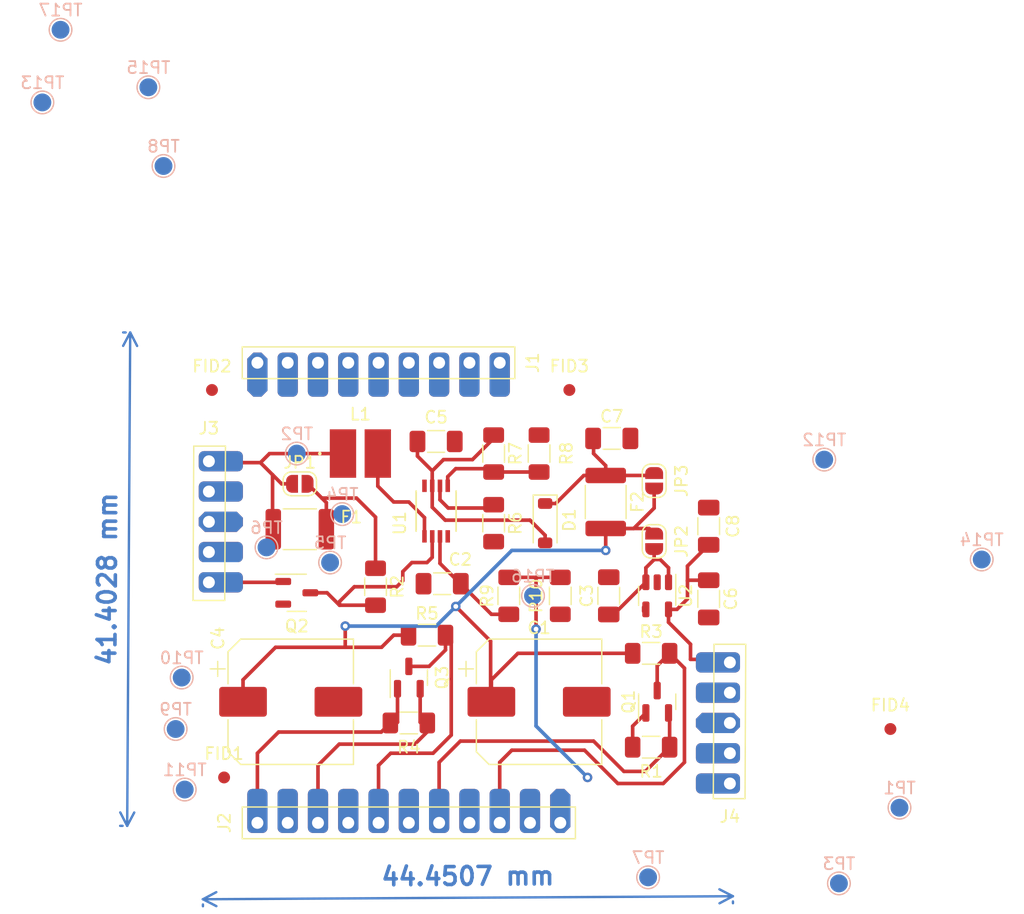
<source format=kicad_pcb>
(kicad_pcb (version 20221018) (generator pcbnew)
  (layers (0 "F.Cu" signal) (31 "B.Cu" signal) (34 "B.Paste" user) (35 "F.Paste" user) (36 "B.SilkS" user "B.Silkscreen") (37 "F.SilkS" user "F.Silkscreen") (38 "B.Mask" user) (39 "F.Mask" user) (44 "Edge.Cuts" user))
  (net 0 "")
  (net 1 "/5V")
  (net 2 "/V_BATT")
  (net 3 "Net-(D1-A)")
  (net 4 "Net-(JP1-B)")
  (net 5 "/3.3V")
  (net 9 "/NEO_OUT1")
  (net 10 "GND")
  (net 11 "VCC")
  (net 13 "/NEO_OUT2")
  (net 14 "/BATT_SIG")
  (net 18 "/NEO_IN1")
  (net 20 "/NEO_IN2")
  (net 23 "Net-(U1-LX)")
  (net 25 "Net-(U1-FB)")
  (net 26 "Net-(U1-RSET)")
  (net 29 "Net-(D1-K)")
  (net 30 "Net-(JP2-B)")
  (net 32 "/V_BUS")
  (net 33 "Net-(Q2-C)")
  (net 34 "unconnected-(U2-NC-Pad4)")
  (footprint "Capacitor_SMD:CP_Elec_10x10" (layer "F.Cu") (at 127 103.886)
    (fp_text reference "C1" (at 0 -6.2) (layer "F.SilkS"))
    (fp_text value "680 uF @ 10 V")
    (pad "1" smd roundrect (at -4 0) (size 4 2.5) (layers "F.Cu" "F.Paste" "F.Mask") (roundrect_rratio 0.1) (net 1 "/5V"))
    (pad "2" smd roundrect (at 4 0) (size 4 2.5) (layers "F.Cu" "F.Paste" "F.Mask") (roundrect_rratio 0.1) (net 10 "GND"))
  )
  (footprint "!EK_Library:2N2222-SOT-23-3" (layer "F.Cu") (at 106.68 94.742)
    (fp_text reference "Q2" (at 0 2.794) (layer "F.SilkS"))
    (fp_text value "NPN 3A")
    (pad "1" smd roundrect (at -1.1375 -0.95) (size 1.325 0.6) (layers "F.Cu" "F.Paste" "F.Mask") (net 32 "/V_BUS"))
    (pad "2" smd roundrect (at -1.1375 0.95) (size 1.325 0.6) (layers "F.Cu" "F.Paste" "F.Mask") (net 10 "GND"))
    (pad "3" smd roundrect (at 1.1375 0) (size 1.325 0.6) (layers "F.Cu" "F.Paste" "F.Mask") (net 33 "Net-(Q2-C)"))
  )
  (footprint "Jumper:SolderJumper-2_P1.3mm_Open_RoundedPad1.0x1.5mm" (layer "F.Cu") (at 136.652 90.424 -90)
    (fp_text reference "JP2" (at 0 -2.286 90) (layer "F.SilkS"))
    (fp_text value "SolderJumper_2_Open")
    (pad "1" smd custom (at -0.65 0 270) (size 1 0.5) (layers "F.Cu" "F.Mask") (net 1 "/5V") (options (clearance outline) (anchor rect)) (primitives (gr_circle (center 0 0.25) (end 0.5 0.25) (width 0) (fill yes)) (gr_circle (center 0 -0.25) (end 0.5 -0.25) (width 0) (fill yes)) (gr_poly (pts (xy 0.5 0.75) (xy 0 0.75) (xy 0 -0.75) (xy 0.5 -0.75)) (width 0) (fill yes))))
    (pad "2" smd custom (at 0.65 0 270) (size 1 0.5) (layers "F.Cu" "F.Mask") (net 30 "Net-(JP2-B)") (options (clearance outline) (anchor rect)) (primitives (gr_circle (center 0 0.25) (end 0.5 0.25) (width 0) (fill yes)) (gr_circle (center 0 -0.25) (end 0.5 -0.25) (width 0) (fill yes)) (gr_poly (pts (xy 0 0.75) (xy -0.5 0.75) (xy -0.5 -0.75) (xy 0 -0.75)) (width 0) (fill yes))))
  )
  (footprint "Resistor_SMD:R_1206_3216Metric_Pad1.30x1.75mm_HandSolder" (layer "F.Cu") (at 127 83.058 90)
    (fp_text reference "R8" (at 0 2.286 90) (layer "F.SilkS"))
    (fp_text value "100k")
    (pad "1" smd roundrect (at -1.55 0 90) (size 1.3 1.75) (layers "F.Cu" "F.Paste" "F.Mask") (roundrect_rratio 0.192308) (net 25 "Net-(U1-FB)"))
    (pad "2" smd roundrect (at 1.55 0 90) (size 1.3 1.75) (layers "F.Cu" "F.Paste" "F.Mask") (roundrect_rratio 0.192308) (net 10 "GND"))
  )
  (footprint "!EK_Library:PAM2401" (layer "F.Cu") (at 118.364 87.884 90)
    (fp_text reference "U1" (at -1.016 -3.048 90 unlocked) (layer "F.SilkS"))
    (fp_text value "PAM2401")
    (pad "1" smd rect (at -2.1209 -0.97536 90) (size 1.0414 0.381) (layers "F.Cu" "F.Paste" "F.Mask") (net 23 "Net-(U1-LX)"))
    (pad "2" smd rect (at -2.1209 -0.32512 90) (size 1.0414 0.381) (layers "F.Cu" "F.Paste" "F.Mask") (net 33 "Net-(Q2-C)"))
    (pad "3" smd rect (at -2.1209 0.32512 90) (size 1.0414 0.381) (layers "F.Cu" "F.Paste" "F.Mask") (net 2 "/V_BATT"))
    (pad "4" smd rect (at -2.1209 0.97536 90) (size 1.0414 0.381) (layers "F.Cu" "F.Paste" "F.Mask") (net 10 "GND"))
    (pad "5" smd rect (at 2.1209 0.97536 90) (size 1.0414 0.381) (layers "F.Cu" "F.Paste" "F.Mask") (net 25 "Net-(U1-FB)"))
    (pad "6" smd rect (at 2.1209 0.32512 90) (size 1.0414 0.381) (layers "F.Cu" "F.Paste" "F.Mask") (net 26 "Net-(U1-RSET)"))
    (pad "7" smd rect (at 2.1209 -0.32512 90) (size 1.0414 0.381) (layers "F.Cu" "F.Paste" "F.Mask") (net 3 "Net-(D1-A)"))
    (pad "8" smd rect (at 2.1209 -0.97536 90) (size 1.0414 0.381) (layers "F.Cu" "F.Paste" "F.Mask") (net 10 "GND"))
  )
  (footprint "Resistor_SMD:R_1206_3216Metric_Pad1.30x1.75mm_HandSolder" (layer "F.Cu") (at 113.284 94.234 -90)
    (fp_text reference "R2" (at 0 -1.82 90) (layer "F.SilkS"))
    (fp_text value "100k")
    (pad "1" smd roundrect (at -1.55 0 270) (size 1.3 1.75) (layers "F.Cu" "F.Paste" "F.Mask") (roundrect_rratio 0.192308) (net 4 "Net-(JP1-B)"))
    (pad "2" smd roundrect (at 1.55 0 270) (size 1.3 1.75) (layers "F.Cu" "F.Paste" "F.Mask") (roundrect_rratio 0.192308) (net 33 "Net-(Q2-C)"))
  )
  (footprint "!EK_Library:Castellated_1x05_P2.54mm" (layer "F.Cu") (at 143.002 110.744 180)
    (fp_text reference "J4" (at 0 -2.77) (layer "F.SilkS"))
    (fp_text value "Conn_01x05_Socket")
    (pad "1" thru_hole roundrect (at 0 0 180) (size 3.7 1.7) (drill 1 (offset 1 0)) (property pad_prop_castellated) (layers "*.Cu" "*.Mask") (net 1 "/5V"))
    (pad "2" thru_hole roundrect (at 0 2.54 180) (size 3.7 1.7) (drill 1 (offset 1 0)) (property pad_prop_castellated) (layers "*.Cu" "*.Mask"))
    (pad "3" thru_hole roundrect (at 0 5.08 180) (size 3.7 1.7) (drill 1 (offset 1 0)) (property pad_prop_castellated) (layers "*.Cu" "*.Mask") (roundrect_rratio 0) (chamfer_ratio 0.3) (chamfer top_left top_right bottom_left bottom_right) (net 10 "GND"))
    (pad "4" thru_hole roundrect (at 0 7.62 180) (size 3.7 1.7) (drill 1 (offset 1 0)) (property pad_prop_castellated) (layers "*.Cu" "*.Mask"))
    (pad "5" thru_hole roundrect (at 0 10.16 180) (size 3.7 1.7) (drill 1 (offset 1 0)) (property pad_prop_castellated) (layers "*.Cu" "*.Mask") (net 5 "/3.3V"))
  )
  (footprint "Jumper:SolderJumper-2_P1.3mm_Open_RoundedPad1.0x1.5mm" (layer "F.Cu") (at 136.652 85.344 90)
    (fp_text reference "JP3" (at 0 2.286 90) (layer "F.SilkS"))
    (fp_text value "SolderJumper_2_Open")
    (pad "1" smd custom (at -0.65 0 90) (size 1 0.5) (layers "F.Cu" "F.Mask") (net 1 "/5V") (options (clearance outline) (anchor rect)) (primitives (gr_circle (center 0 0.25) (end 0.5 0.25) (width 0) (fill yes)) (gr_circle (center 0 -0.25) (end 0.5 -0.25) (width 0) (fill yes)) (gr_poly (pts (xy 0.5 0.75) (xy 0 0.75) (xy 0 -0.75) (xy 0.5 -0.75)) (width 0) (fill yes))))
    (pad "2" smd custom (at 0.65 0 90) (size 1 0.5) (layers "F.Cu" "F.Mask") (net 29 "Net-(D1-K)") (options (clearance outline) (anchor rect)) (primitives (gr_circle (center 0 0.25) (end 0.5 0.25) (width 0) (fill yes)) (gr_circle (center 0 -0.25) (end 0.5 -0.25) (width 0) (fill yes)) (gr_poly (pts (xy 0 0.75) (xy -0.5 0.75) (xy -0.5 -0.75) (xy 0 -0.75)) (width 0) (fill yes))))
  )
  (footprint "Fiducial:Fiducial_1mm_Mask2mm" (layer "F.Cu") (at 100.584 110.236)
    (fp_text reference "FID1" (at 0 -2) (layer "F.SilkS"))
    (fp_text value "Fiducial")
    (pad "" smd circle (at 0 0) (size 1 1) (layers "F.Cu" "F.Mask") (clearance 0.5))
  )
  (footprint "Resistor_SMD:R_1206_3216Metric_Pad1.30x1.75mm_HandSolder" (layer "F.Cu") (at 124.46 94.996 90)
    (fp_text reference "R9" (at 0 -1.82 90) (layer "F.SilkS"))
    (fp_text value "100")
    (pad "1" smd roundrect (at -1.55 0 90) (size 1.3 1.75) (layers "F.Cu" "F.Paste" "F.Mask") (roundrect_rratio 0.192308) (net 2 "/V_BATT"))
    (pad "2" smd roundrect (at 1.55 0 90) (size 1.3 1.75) (layers "F.Cu" "F.Paste" "F.Mask") (roundrect_rratio 0.192308) (net 14 "/BATT_SIG"))
  )
  (footprint "Resistor_SMD:R_1206_3216Metric_Pad1.30x1.75mm_HandSolder" (layer "F.Cu") (at 123.19 83.058 -90)
    (fp_text reference "R7" (at 0 -1.82 90) (layer "F.SilkS"))
    (fp_text value "750k")
    (pad "1" smd roundrect (at -1.55 0 270) (size 1.3 1.75) (layers "F.Cu" "F.Paste" "F.Mask") (roundrect_rratio 0.192308) (net 3 "Net-(D1-A)"))
    (pad "2" smd roundrect (at 1.55 0 270) (size 1.3 1.75) (layers "F.Cu" "F.Paste" "F.Mask") (roundrect_rratio 0.192308) (net 25 "Net-(U1-FB)"))
  )
  (footprint "Resistor_SMD:R_1206_3216Metric_Pad1.30x1.75mm_HandSolder" (layer "F.Cu") (at 136.398 107.696)
    (fp_text reference "R1" (at 0 2.032) (layer "F.SilkS"))
    (fp_text value "10k")
    (pad "1" smd roundrect (at -1.55 0) (size 1.3 1.75) (layers "F.Cu" "F.Paste" "F.Mask") (roundrect_rratio 0.192308) (net 11 "VCC"))
    (pad "2" smd roundrect (at 1.55 0) (size 1.3 1.75) (layers "F.Cu" "F.Paste" "F.Mask") (roundrect_rratio 0.192308) (net 18 "/NEO_IN1"))
  )
  (footprint "Capacitor_SMD:C_1206_3216Metric_Pad1.33x1.80mm_HandSolder" (layer "F.Cu") (at 141.224 95.25 -90)
    (fp_text reference "C6" (at 0 -1.85 90) (layer "F.SilkS"))
    (fp_text value "4.7 uF")
    (pad "1" smd roundrect (at -1.5625 0 270) (size 1.325 1.8) (layers "F.Cu" "F.Paste" "F.Mask") (roundrect_rratio 0.188679) (net 5 "/3.3V"))
    (pad "2" smd roundrect (at 1.5625 0 270) (size 1.325 1.8) (layers "F.Cu" "F.Paste" "F.Mask") (roundrect_rratio 0.188679) (net 10 "GND"))
  )
  (footprint "Diode_SMD:D_SOD-123" (layer "F.Cu") (at 127.508 88.9 -90)
    (fp_text reference "D1" (at -0.254 -2.032 90) (layer "F.SilkS"))
    (fp_text value "D_Schottky 3A")
    (pad "1" smd roundrect (at -1.65 0 270) (size 0.9 1.2) (layers "F.Cu" "F.Paste" "F.Mask") (net 29 "Net-(D1-K)"))
    (pad "2" smd roundrect (at 1.65 0 270) (size 0.9 1.2) (layers "F.Cu" "F.Paste" "F.Mask") (net 3 "Net-(D1-A)"))
  )
  (footprint "Fiducial:Fiducial_1mm_Mask2mm" (layer "F.Cu") (at 129.54 77.724)
    (fp_text reference "FID3" (at 0 -2) (layer "F.SilkS"))
    (fp_text value "Fiducial")
    (pad "" smd circle (at 0 0) (size 1 1) (layers "F.Cu" "F.Mask") (clearance 0.5))
  )
  (footprint "Package_TO_SOT_SMD:SOT-23" (layer "F.Cu") (at 136.906 103.886 90)
    (fp_text reference "Q1" (at 0 -2.4 90) (layer "F.SilkS"))
    (fp_text value "BSS138")
    (pad "1" smd roundrect (at -0.9375 -0.95 90) (size 1.475 0.6) (layers "F.Cu" "F.Paste" "F.Mask") (net 11 "VCC"))
    (pad "2" smd roundrect (at -0.9375 0.95 90) (size 1.475 0.6) (layers "F.Cu" "F.Paste" "F.Mask") (net 18 "/NEO_IN1"))
    (pad "3" smd roundrect (at 0.9375 0 90) (size 1.475 0.6) (layers "F.Cu" "F.Paste" "F.Mask") (net 9 "/NEO_OUT1"))
  )
  (footprint "Fuse:Fuse_1812_4532Metric_Pad1.30x3.40mm_HandSolder" (layer "F.Cu") (at 106.934 89.408 180)
    (fp_text reference "F1" (at -4.318 1.016) (layer "F.SilkS"))
    (fp_text value "Polyfuse 6V, 1.5A I_h, 3A I_t, 500 ms")
    (pad "1" smd roundrect (at -2.225 0 180) (size 1.3 3.4) (layers "F.Cu" "F.Paste" "F.Mask") (roundrect_rratio 0.192308) (net 4 "Net-(JP1-B)"))
    (pad "2" smd roundrect (at 2.225 0 180) (size 1.3 3.4) (layers "F.Cu" "F.Paste" "F.Mask") (roundrect_rratio 0.192308) (net 2 "/V_BATT"))
  )
  (footprint "Package_TO_SOT_SMD:SOT-23" (layer "F.Cu") (at 116.078 101.854 90)
    (fp_text reference "Q3" (at 0 2.794 90) (layer "F.SilkS"))
    (fp_text value "BSS138")
    (pad "1" smd roundrect (at -0.9375 -0.95 90) (size 1.475 0.6) (layers "F.Cu" "F.Paste" "F.Mask") (net 11 "VCC"))
    (pad "2" smd roundrect (at -0.9375 0.95 90) (size 1.475 0.6) (layers "F.Cu" "F.Paste" "F.Mask") (net 20 "/NEO_IN2"))
    (pad "3" smd roundrect (at 0.9375 0 90) (size 1.475 0.6) (layers "F.Cu" "F.Paste" "F.Mask") (net 13 "/NEO_OUT2"))
  )
  (footprint "Resistor_SMD:R_1206_3216Metric_Pad1.30x1.75mm_HandSolder" (layer "F.Cu") (at 136.398 99.822)
    (fp_text reference "R3" (at 0 -1.82) (layer "F.SilkS"))
    (fp_text value "10k")
    (pad "1" smd roundrect (at -1.55 0) (size 1.3 1.75) (layers "F.Cu" "F.Paste" "F.Mask") (roundrect_rratio 0.192308) (net 1 "/5V"))
    (pad "2" smd roundrect (at 1.55 0) (size 1.3 1.75) (layers "F.Cu" "F.Paste" "F.Mask") (roundrect_rratio 0.192308) (net 9 "/NEO_OUT1"))
  )
  (footprint "Jumper:SolderJumper-2_P1.3mm_Open_RoundedPad1.0x1.5mm" (layer "F.Cu") (at 106.934 85.598)
    (fp_text reference "JP1" (at 0 -1.8) (layer "F.SilkS"))
    (fp_text value "SolderJumper_2_Open")
    (pad "1" smd custom (at -0.65 0) (size 1 0.5) (layers "F.Cu" "F.Mask") (net 2 "/V_BATT") (options (clearance outline) (anchor rect)) (primitives (gr_circle (center 0 0.25) (end 0.5 0.25) (width 0) (fill yes)) (gr_circle (center 0 -0.25) (end 0.5 -0.25) (width 0) (fill yes)) (gr_poly (pts (xy 0.5 0.75) (xy 0 0.75) (xy 0 -0.75) (xy 0.5 -0.75)) (width 0) (fill yes))))
    (pad "2" smd custom (at 0.65 0) (size 1 0.5) (layers "F.Cu" "F.Mask") (net 4 "Net-(JP1-B)") (options (clearance outline) (anchor rect)) (primitives (gr_circle (center 0 0.25) (end 0.5 0.25) (width 0) (fill yes)) (gr_circle (center 0 -0.25) (end 0.5 -0.25) (width 0) (fill yes)) (gr_poly (pts (xy 0 0.75) (xy -0.5 0.75) (xy -0.5 -0.75) (xy 0 -0.75)) (width 0) (fill yes))))
  )
  (footprint "Resistor_SMD:R_1206_3216Metric_Pad1.30x1.75mm_HandSolder" (layer "F.Cu") (at 116.078 105.664)
    (fp_text reference "R4" (at 0 2.032) (layer "F.SilkS"))
    (fp_text value "10k")
    (pad "1" smd roundrect (at -1.55 0) (size 1.3 1.75) (layers "F.Cu" "F.Paste" "F.Mask") (roundrect_rratio 0.192308) (net 11 "VCC"))
    (pad "2" smd roundrect (at 1.55 0) (size 1.3 1.75) (layers "F.Cu" "F.Paste" "F.Mask") (roundrect_rratio 0.192308) (net 20 "/NEO_IN2"))
  )
  (footprint "Capacitor_SMD:C_1206_3216Metric_Pad1.33x1.80mm_HandSolder" (layer "F.Cu") (at 141.224 89.154 90)
    (fp_text reference "C8" (at 0 2.032 90) (layer "F.SilkS"))
    (fp_text value "1 uF")
    (pad "1" smd roundrect (at -1.5625 0 90) (size 1.325 1.8) (layers "F.Cu" "F.Paste" "F.Mask") (roundrect_rratio 0.188679) (net 5 "/3.3V"))
    (pad "2" smd roundrect (at 1.5625 0 90) (size 1.325 1.8) (layers "F.Cu" "F.Paste" "F.Mask") (roundrect_rratio 0.188679) (net 10 "GND"))
  )
  (footprint "Resistor_SMD:R_1206_3216Metric_Pad1.30x1.75mm_HandSolder" (layer "F.Cu") (at 117.602 98.298)
    (fp_text reference "R5" (at 0 -1.82) (layer "F.SilkS"))
    (fp_text value "10k")
    (pad "1" smd roundrect (at -1.55 0) (size 1.3 1.75) (layers "F.Cu" "F.Paste" "F.Mask") (roundrect_rratio 0.192308) (net 1 "/5V"))
    (pad "2" smd roundrect (at 1.55 0) (size 1.3 1.75) (layers "F.Cu" "F.Paste" "F.Mask") (roundrect_rratio 0.192308) (net 13 "/NEO_OUT2"))
  )
  (footprint "Capacitor_SMD:C_1206_3216Metric_Pad1.33x1.80mm_HandSolder" (layer "F.Cu") (at 118.364 82.042)
    (fp_text reference "C5" (at 0 -2.032) (layer "F.SilkS"))
    (fp_text value "22 uF")
    (pad "1" smd roundrect (at -1.5625 0) (size 1.325 1.8) (layers "F.Cu" "F.Paste" "F.Mask") (roundrect_rratio 0.188679) (net 3 "Net-(D1-A)"))
    (pad "2" smd roundrect (at 1.5625 0) (size 1.325 1.8) (layers "F.Cu" "F.Paste" "F.Mask") (roundrect_rratio 0.188679) (net 10 "GND"))
  )
  (footprint "Fiducial:Fiducial_1mm_Mask2mm" (layer "F.Cu") (at 99.568 77.724)
    (fp_text reference "FID2" (at 0 -2) (layer "F.SilkS"))
    (fp_text value "Fiducial")
    (pad "" smd circle (at 0 0) (size 1 1) (layers "F.Cu" "F.Mask") (clearance 0.5))
  )
  (footprint "Resistor_SMD:R_1206_3216Metric_Pad1.30x1.75mm_HandSolder" (layer "F.Cu") (at 128.778 94.996 -90)
    (fp_text reference "R10" (at 0 2.032 90) (layer "F.SilkS"))
    (fp_text value "6.8k")
    (pad "1" smd roundrect (at -1.55 0 270) (size 1.3 1.75) (layers "F.Cu" "F.Paste" "F.Mask") (roundrect_rratio 0.192308) (net 14 "/BATT_SIG"))
    (pad "2" smd roundrect (at 1.55 0 270) (size 1.3 1.75) (layers "F.Cu" "F.Paste" "F.Mask") (roundrect_rratio 0.192308) (net 10 "GND"))
  )
  (footprint "Capacitor_SMD:C_1206_3216Metric_Pad1.33x1.80mm_HandSolder" (layer "F.Cu") (at 133.096 81.788)
    (fp_text reference "C7" (at 0 -1.85) (layer "F.SilkS"))
    (fp_text value "1 uF")
    (pad "1" smd roundrect (at -1.5625 0) (size 1.325 1.8) (layers "F.Cu" "F.Paste" "F.Mask") (roundrect_rratio 0.188679) (net 29 "Net-(D1-K)"))
    (pad "2" smd roundrect (at 1.5625 0) (size 1.325 1.8) (layers "F.Cu" "F.Paste" "F.Mask") (roundrect_rratio 0.188679) (net 10 "GND"))
  )
  (footprint "Package_TO_SOT_SMD:SOT-23-5" (layer "F.Cu") (at 136.906 94.996 -90)
    (fp_text reference "U2" (at 0 -2.4 90) (layer "F.SilkS"))
    (fp_text value "AP2112K-3.3")
    (pad "1" smd roundrect (at -1.1375 -0.95 270) (size 1.325 0.6) (layers "F.Cu" "F.Paste" "F.Mask") (net 30 "Net-(JP2-B)"))
    (pad "2" smd roundrect (at -1.1375 0 270) (size 1.325 0.6) (layers "F.Cu" "F.Paste" "F.Mask") (net 10 "GND"))
    (pad "3" smd roundrect (at -1.1375 0.95 270) (size 1.325 0.6) (layers "F.Cu" "F.Paste" "F.Mask") (net 30 "Net-(JP2-B)"))
    (pad "4" smd roundrect (at 1.1375 0.95 270) (size 1.325 0.6) (layers "F.Cu" "F.Paste" "F.Mask") (net 34 "unconnected-(U2-NC-Pad4)"))
    (pad "5" smd roundrect (at 1.1375 -0.95 270) (size 1.325 0.6) (layers "F.Cu" "F.Paste" "F.Mask") (net 5 "/3.3V"))
  )
  (footprint "Capacitor_SMD:C_1206_3216Metric_Pad1.33x1.80mm_HandSolder" (layer "F.Cu") (at 118.872 93.98 180)
    (fp_text reference "C2" (at -1.524 2.032) (layer "F.SilkS"))
    (fp_text value "10 uF")
    (pad "1" smd roundrect (at -1.5625 0 180) (size 1.325 1.8) (layers "F.Cu" "F.Paste" "F.Mask") (roundrect_rratio 0.188679) (net 2 "/V_BATT"))
    (pad "2" smd roundrect (at 1.5625 0 180) (size 1.325 1.8) (layers "F.Cu" "F.Paste" "F.Mask") (roundrect_rratio 0.188679) (net 10 "GND"))
  )
  (footprint "Capacitor_SMD:C_1206_3216Metric_Pad1.33x1.80mm_HandSolder" (layer "F.Cu") (at 132.842 94.996 90)
    (fp_text reference "C3" (at 0 -1.85 90) (layer "F.SilkS"))
    (fp_text value "4.7 uF")
    (pad "1" smd roundrect (at -1.5625 0 90) (size 1.325 1.8) (layers "F.Cu" "F.Paste" "F.Mask") (roundrect_rratio 0.188679) (net 30 "Net-(JP2-B)"))
    (pad "2" smd roundrect (at 1.5625 0 90) (size 1.325 1.8) (layers "F.Cu" "F.Paste" "F.Mask") (roundrect_rratio 0.188679) (net 10 "GND"))
  )
  (footprint "!EK_Library:INDUCTOR_IND_IFSC_1515AH_VIS-M" (layer "F.Cu") (at 112.014 83.058)
    (fp_text reference "L1" (at 0 -3.302 unlocked) (layer "F.SilkS"))
    (fp_text value "2.2 uH, 3 A")
    (pad "1" smd rect (at -1.4605 0) (size 2.2098 4.064) (layers "F.Cu" "F.Paste" "F.Mask") (net 2 "/V_BATT"))
    (pad "2" smd rect (at 1.4605 0) (size 2.2098 4.064) (layers "F.Cu" "F.Paste" "F.Mask") (net 23 "Net-(U1-LX)"))
  )
  (footprint "Resistor_SMD:R_1206_3216Metric_Pad1.30x1.75mm_HandSolder" (layer "F.Cu") (at 123.19 88.9 -90)
    (fp_text reference "R6" (at 0 -1.82 90) (layer "F.SilkS"))
    (fp_text value "100k")
    (pad "1" smd roundrect (at -1.55 0 270) (size 1.3 1.75) (layers "F.Cu" "F.Paste" "F.Mask") (roundrect_rratio 0.192308) (net 26 "Net-(U1-RSET)"))
    (pad "2" smd roundrect (at 1.55 0 270) (size 1.3 1.75) (layers "F.Cu" "F.Paste" "F.Mask") (roundrect_rratio 0.192308) (net 10 "GND"))
  )
  (footprint "Capacitor_SMD:CP_Elec_10x10" (layer "F.Cu") (at 106.172 103.886)
    (fp_text reference "C4" (at -6.096 -5.334 90) (layer "F.SilkS"))
    (fp_text value "680 uF @ 10 V")
    (pad "1" smd roundrect (at -4 0) (size 4 2.5) (layers "F.Cu" "F.Paste" "F.Mask") (roundrect_rratio 0.1) (net 1 "/5V"))
    (pad "2" smd roundrect (at 4 0) (size 4 2.5) (layers "F.Cu" "F.Paste" "F.Mask") (roundrect_rratio 0.1) (net 10 "GND"))
  )
  (footprint "Fiducial:Fiducial_1mm_Mask2mm" (layer "F.Cu") (at 156.464 106.172)
    (fp_text reference "FID4" (at 0 -2) (layer "F.SilkS"))
    (fp_text value "Fiducial")
    (pad "" smd circle (at 0 0) (size 1 1) (layers "F.Cu" "F.Mask") (clearance 0.5))
  )
  (footprint "!EK_Library:Castellated_1x09_P2.54mm" (layer "F.Cu") (at 123.698 75.438 -90)
    (fp_text reference "J1" (at 0 -2.77 90) (layer "F.SilkS"))
    (fp_text value "Conn_01x09_Socket")
    (pad "1" thru_hole roundrect (at 0 0 270) (size 3.7 1.7) (drill 1 (offset 1 0)) (property pad_prop_castellated) (layers "*.Cu" "*.Mask") (net 1 "/5V"))
    (pad "2" thru_hole roundrect (at 0 2.54 270) (size 3.7 1.7) (drill 1 (offset 1 0)) (property pad_prop_castellated) (layers "*.Cu" "*.Mask"))
    (pad "3" thru_hole roundrect (at 0 5.08 270) (size 3.7 1.7) (drill 1 (offset 1 0)) (property pad_prop_castellated) (layers "*.Cu" "*.Mask") (net 5 "/3.3V"))
    (pad "4" thru_hole roundrect (at 0 7.62 270) (size 3.7 1.7) (drill 1 (offset 1 0)) (property pad_prop_castellated) (layers "*.Cu" "*.Mask"))
    (pad "5" thru_hole roundrect (at 0 10.16 270) (size 3.7 1.7) (drill 1 (offset 1 0)) (property pad_prop_castellated) (layers "*.Cu" "*.Mask") (net 14 "/BATT_SIG"))
    (pad "6" thru_hole roundrect (at 0 12.7 270) (size 3.7 1.7) (drill 1 (offset 1 0)) (property pad_prop_castellated) (layers "*.Cu" "*.Mask"))
    (pad "7" thru_hole roundrect (at 0 15.24 270) (size 3.7 1.7) (drill 1 (offset 1 0)) (property pad_prop_castellated) (layers "*.Cu" "*.Mask"))
    (pad "8" thru_hole roundrect (at 0 17.78 270) (size 3.7 1.7) (drill 1 (offset 1 0)) (property pad_prop_castellated) (layers "*.Cu" "*.Mask"))
    (pad "9" thru_hole roundrect (at 0 20.32 270) (size 3.7 1.7) (drill 1 (offset 1 0)) (property pad_prop_castellated) (layers "*.Cu" "*.Mask") (roundrect_rratio 0) (chamfer_ratio 0.3) (chamfer top_left top_right bottom_left bottom_right) (net 10 "GND"))
  )
  (footprint "!EK_Library:Castellated_1x11_P2.54mm" (layer "F.Cu") (at 103.378 114.046 90)
    (fp_text reference "J2" (at 0 -2.77 90) (layer "F.SilkS"))
    (fp_text value "Conn_01x11_Socket")
    (pad "1" thru_hole roundrect (at 0 0 90) (size 3.7 1.7) (drill 1 (offset 1 0)) (property pad_prop_castellated) (layers "*.Cu" "*.Mask") (net 11 "VCC"))
    (pad "2" thru_hole roundrect (at 0 2.54 90) (size 3.7 1.7) (drill 1 (offset 1 0)) (property pad_prop_castellated) (layers "*.Cu" "*.Mask"))
    (pad "3" thru_hole roundrect (at 0 5.08 90) (size 3.7 1.7) (drill 1 (offset 1 0)) (property pad_prop_castellated) (layers "*.Cu" "*.Mask") (net 20 "/NEO_IN2"))
    (pad "4" thru_hole roundrect (at 0 7.62 90) (size 3.7 1.7) (drill 1 (offset 1 0)) (property pad_prop_castellated) (layers "*.Cu" "*.Mask"))
    (pad "5" thru_hole roundrect (at 0 10.16 90) (size 3.7 1.7) (drill 1 (offset 1 0)) (property pad_prop_castellated) (layers "*.Cu" "*.Mask") (net 13 "/NEO_OUT2"))
    (pad "6" thru_hole roundrect (at 0 12.7 90) (size 3.7 1.7) (drill 1 (offset 1 0)) (property pad_prop_castellated) (layers "*.Cu" "*.Mask"))
    (pad "7" thru_hole roundrect (at 0 15.24 90) (size 3.7 1.7) (drill 1 (offset 1 0)) (property pad_prop_castellated) (layers "*.Cu" "*.Mask") (net 18 "/NEO_IN1"))
    (pad "8" thru_hole roundrect (at 0 17.78 90) (size 3.7 1.7) (drill 1 (offset 1 0)) (property pad_prop_castellated) (layers "*.Cu" "*.Mask"))
    (pad "9" thru_hole roundrect (at 0 20.32 90) (size 3.7 1.7) (drill 1 (offset 1 0)) (property pad_prop_castellated) (layers "*.Cu" "*.Mask") (net 9 "/NEO_OUT1"))
    (pad "10" thru_hole roundrect (at 0 22.86 90) (size 3.7 1.7) (drill 1 (offset 1 0)) (property pad_prop_castellated) (layers "*.Cu" "*.Mask"))
    (pad "11" thru_hole roundrect (at 0 25.4 90) (size 3.7 1.7) (drill 1 (offset 1 0)) (property pad_prop_castellated) (layers "*.Cu" "*.Mask") (roundrect_rratio 0) (chamfer_ratio 0.3) (chamfer top_left top_right bottom_left bottom_right) (net 10 "GND"))
  )
  (footprint "!EK_Library:Castellated_1x05_P2.54mm" (layer "F.Cu") (at 99.3095 83.704)
    (fp_text reference "J3" (at 0 -2.77) (layer "F.SilkS"))
    (fp_text value "Conn_01x05_Socket")
    (pad "1" thru_hole roundrect (at 0 0) (size 3.7 1.7) (drill 1 (offset 1 0)) (property pad_prop_castellated) (layers "*.Cu" "*.Mask") (net 2 "/V_BATT"))
    (pad "2" thru_hole roundrect (at 0 2.54) (size 3.7 1.7) (drill 1 (offset 1 0)) (property pad_prop_castellated) (layers "*.Cu" "*.Mask"))
    (pad "3" thru_hole roundrect (at 0 5.08) (size 3.7 1.7) (drill 1 (offset 1 0)) (property pad_prop_castellated) (layers "*.Cu" "*.Mask") (roundrect_rratio 0) (chamfer_ratio 0.3) (chamfer top_left top_right bottom_left bottom_right) (net 10 "GND"))
    (pad "4" thru_hole roundrect (at 0 7.62) (size 3.7 1.7) (drill 1 (offset 1 0)) (property pad_prop_castellated) (layers "*.Cu" "*.Mask"))
    (pad "5" thru_hole roundrect (at 0 10.16) (size 3.7 1.7) (drill 1 (offset 1 0)) (property pad_prop_castellated) (layers "*.Cu" "*.Mask") (net 32 "/V_BUS"))
  )
  (footprint "Fuse:Fuse_1812_4532Metric_Pad1.30x3.40mm_HandSolder" (layer "F.Cu") (at 132.588 87.122 -90)
    (fp_text reference "F2" (at 0 -2.65 90) (layer "F.SilkS"))
    (fp_text value "Polyfuse 16V, 1.25A I_h, 2.5A I_t, 400 ms")
    (pad "1" smd roundrect (at -2.225 0 270) (size 1.3 3.4) (layers "F.Cu" "F.Paste" "F.Mask") (roundrect_rratio 0.192308) (net 29 "Net-(D1-K)"))
    (pad "2" smd roundrect (at 2.225 0 270) (size 1.3 3.4) (layers "F.Cu" "F.Paste" "F.Mask") (roundrect_rratio 0.192308) (net 1 "/5V"))
  )
  (footprint "TestPoint:TestPoint_Pad_D1.5mm" (layer "B.Cu") (at 110.49 88.138 180)
    (fp_text reference "TP4" (at 0 1.648) (layer "B.SilkS") (effects (justify mirror)))
    (fp_text value "TestPoint")
    (pad "1" smd circle (at 0 0 180) (size 1.5 1.5) (layers "B.Cu" "B.Mask") (net 4 "Net-(JP1-B)"))
  )
  (footprint "TestPoint:TestPoint_Pad_D1.5mm" (layer "B.Cu") (at 96.52 106.172 180)
    (fp_text reference "TP9" (at 0 1.648) (layer "B.SilkS") (effects (justify mirror)))
    (fp_text value "TestPoint")
    (pad "1" smd circle (at 0 0 180) (size 1.5 1.5) (layers "B.Cu" "B.Mask") (net 20 "/NEO_IN2"))
  )
  (footprint "TestPoint:TestPoint_Pad_D1.5mm" (layer "B.Cu") (at 104.14 90.932 180)
    (fp_text reference "TP6" (at 0 1.648) (layer "B.SilkS") (effects (justify mirror)))
    (fp_text value "TestPoint")
    (pad "1" smd circle (at 0 0 180) (size 1.5 1.5) (layers "B.Cu" "B.Mask") (net 32 "/V_BUS"))
  )
  (footprint "TestPoint:TestPoint_Pad_D1.5mm" (layer "B.Cu") (at 97.028 101.854 180)
    (fp_text reference "TP10" (at 0 1.648) (layer "B.SilkS") (effects (justify mirror)))
    (fp_text value "TestPoint")
    (pad "1" smd circle (at 0 0 180) (size 1.5 1.5) (layers "B.Cu" "B.Mask") (net 11 "VCC"))
  )
  (footprint "TestPoint:TestPoint_Pad_D1.5mm" (layer "B.Cu") (at 126.492 94.996 180)
    (fp_text reference "TP16" (at 0 1.648) (layer "B.SilkS") (effects (justify mirror)))
    (fp_text value "TestPoint")
    (pad "1" smd circle (at 0 0 180) (size 1.5 1.5) (layers "B.Cu" "B.Mask") (net 14 "/BATT_SIG"))
  )
  (footprint "TestPoint:TestPoint_Pad_D1.5mm" (layer "B.Cu") (at 86.868 47.498 180)
    (fp_text reference "TP17" (at 0 1.648) (layer "B.SilkS") (effects (justify mirror)))
    (fp_text value "TestPoint")
    (pad "1" smd circle (at 0 0 180) (size 1.5 1.5) (layers "B.Cu" "B.Mask") (net 1 "/5V"))
  )
  (footprint "TestPoint:TestPoint_Pad_D1.5mm" (layer "B.Cu") (at 136.144 118.618 180)
    (fp_text reference "TP7" (at 0 1.648) (layer "B.SilkS") (effects (justify mirror)))
    (fp_text value "TestPoint")
    (pad "1" smd circle (at 0 0 180) (size 1.5 1.5) (layers "B.Cu" "B.Mask") (net 9 "/NEO_OUT1"))
  )
  (footprint "TestPoint:TestPoint_Pad_D1.5mm" (layer "B.Cu") (at 150.9145 83.566 180)
    (fp_text reference "TP12" (at 0 1.648) (layer "B.SilkS") (effects (justify mirror)))
    (fp_text value "TestPoint")
    (pad "1" smd circle (at 0 0 180) (size 1.5 1.5) (layers "B.Cu" "B.Mask") (net 30 "Net-(JP2-B)"))
  )
  (footprint "TestPoint:TestPoint_Pad_D1.5mm" (layer "B.Cu") (at 95.504 58.928 180)
    (fp_text reference "TP8" (at 0 1.648) (layer "B.SilkS") (effects (justify mirror)))
    (fp_text value "TestPoint")
    (pad "1" smd circle (at 0 0 180) (size 1.5 1.5) (layers "B.Cu" "B.Mask") (net 2 "/V_BATT"))
  )
  (footprint "TestPoint:TestPoint_Pad_D1.5mm" (layer "B.Cu") (at 152.146 119.126 180)
    (fp_text reference "TP3" (at 0 1.648) (layer "B.SilkS") (effects (justify mirror)))
    (fp_text value "TestPoint")
    (pad "1" smd circle (at 0 0 180) (size 1.5 1.5) (layers "B.Cu" "B.Mask") (net 11 "VCC"))
  )
  (footprint "TestPoint:TestPoint_Pad_D1.5mm" (layer "B.Cu") (at 94.234 52.324 180)
    (fp_text reference "TP15" (at 0 1.648) (layer "B.SilkS") (effects (justify mirror)))
    (fp_text value "TestPoint")
    (pad "1" smd circle (at 0 0 180) (size 1.5 1.5) (layers "B.Cu" "B.Mask") (net 29 "Net-(D1-K)"))
  )
  (footprint "TestPoint:TestPoint_Pad_D1.5mm" (layer "B.Cu") (at 109.474 92.202 180)
    (fp_text reference "TP5" (at 0 1.648) (layer "B.SilkS") (effects (justify mirror)))
    (fp_text value "TestPoint")
    (pad "1" smd circle (at 0 0 180) (size 1.5 1.5) (layers "B.Cu" "B.Mask") (net 33 "Net-(Q2-C)"))
  )
  (footprint "TestPoint:TestPoint_Pad_D1.5mm" (layer "B.Cu") (at 106.68 83.058 180)
    (fp_text reference "TP2" (at 0 1.648) (layer "B.SilkS") (effects (justify mirror)))
    (fp_text value "TestPoint")
    (pad "1" smd circle (at 0 0 180) (size 1.5 1.5) (layers "B.Cu" "B.Mask") (net 2 "/V_BATT"))
  )
  (footprint "TestPoint:TestPoint_Pad_D1.5mm" (layer "B.Cu") (at 164.1225 91.948 180)
    (fp_text reference "TP14" (at 0 1.648) (layer "B.SilkS") (effects (justify mirror)))
    (fp_text value "TestPoint")
    (pad "1" smd circle (at 0 0 180) (size 1.5 1.5) (layers "B.Cu" "B.Mask") (net 5 "/3.3V"))
  )
  (footprint "TestPoint:TestPoint_Pad_D1.5mm" (layer "B.Cu") (at 157.226 112.776 180)
    (fp_text reference "TP1" (at 0 1.648) (layer "B.SilkS") (effects (justify mirror)))
    (fp_text value "TestPoint")
    (pad "1" smd circle (at 0 0 180) (size 1.5 1.5) (layers "B.Cu" "B.Mask") (net 18 "/NEO_IN1"))
  )
  (footprint "TestPoint:TestPoint_Pad_D1.5mm" (layer "B.Cu") (at 97.282 111.252 180)
    (fp_text reference "TP11" (at 0 1.648) (layer "B.SilkS") (effects (justify mirror)))
    (fp_text value "TestPoint")
    (pad "1" smd circle (at 0 0 180) (size 1.5 1.5) (layers "B.Cu" "B.Mask") (net 13 "/NEO_OUT2"))
  )
  (footprint "TestPoint:TestPoint_Pad_D1.5mm" (layer "B.Cu") (at 85.344 53.594 180)
    (fp_text reference "TP13" (at 0 1.648) (layer "B.SilkS") (effects (justify mirror)))
    (fp_text value "TestPoint")
    (pad "1" smd circle (at 0 0 180) (size 1.5 1.5) (layers "B.Cu" "B.Mask") (net 3 "Net-(D1-A)"))
  )
  (dimension (type aligned) (layer "B.Cu") (pts (xy 92.823295 72.898695) (xy 92.569295 114.300695)) (height 0.113297) (gr_text "41.4028 mm" (at 90.783034 93.587957 89.64849656) (layer "B.Cu") (effects (font (size 1.5 1.5) (thickness 0.3)))) (format (prefix "") (suffix "") (units 3) (units_format 1) (precision 4)) (style (thickness 0.2) (arrow_length 1.27) (text_position_mode 0) (extension_height 0.58642) (extension_offset 0.5) keep_text_aligned))
  (dimension (type aligned) (layer "B.Cu") (pts (xy 98.806 120.396) (xy 143.256 120.142)) (height 0.05963) (gr_text "44.4507 mm" (at 121.021055 118.528658 0.3274008908) (layer "B.Cu") (effects (font (size 1.5 1.5) (thickness 0.3)))) (format (prefix "") (suffix "") (units 3) (units_format 1) (precision 4)) (style (thickness 0.2) (arrow_length 1.27) (text_position_mode 0) (extension_height 0.58642) (extension_offset 0.5) keep_text_aligned))
  (segment (start 132.588 89.347) (end 134.935 89.347) (width 0.3048) (layer "F.Cu") (net 1))
  (segment (start 123 103.886) (end 123 102.044) (width 0.3048) (layer "F.Cu") (net 1))
  (segment (start 110.744 99.314) (end 104.902 99.314) (width 0.3048) (layer "F.Cu") (net 1))
  (segment (start 123 102.044) (end 125.222 99.822) (width 0.3048) (layer "F.Cu") (net 1))
  (segment (start 122.936 103.822) (end 122.936 98.806) (width 0.3048) (layer "F.Cu") (net 1))
  (segment (start 102.172 103.886) (end 103.124 102.934) (width 0.3048) (layer "F.Cu") (net 1))
  (segment (start 113.792 99.314) (end 110.744 99.314) (width 0.3048) (layer "F.Cu") (net 1))
  (segment (start 110.744 97.536) (end 110.744 99.314) (width 0.3048) (layer "F.Cu") (net 1))
  (segment (start 104.902 99.314) (end 102.172 102.044) (width 0.3048) (layer "F.Cu") (net 1))
  (segment (start 102.172 102.044) (end 102.172 103.886) (width 0.3048) (layer "F.Cu") (net 1))
  (segment (start 136.652 87.63) (end 136.652 85.994) (width 0.3048) (layer "F.Cu") (net 1))
  (segment (start 114.808 98.298) (end 113.792 99.314) (width 0.3048) (layer "F.Cu") (net 1))
  (segment (start 116.052 98.298) (end 114.808 98.298) (width 0.3048) (layer "F.Cu") (net 1))
  (segment (start 122.936 98.806) (end 120.015 95.885) (width 0.3048) (layer "F.Cu") (net 1))
  (segment (start 125.222 99.822) (end 134.848 99.822) (width 0.3048) (layer "F.Cu") (net 1))
  (segment (start 132.588 91.186) (end 132.588 89.347) (width 0.3048) (layer "F.Cu") (net 1))
  (segment (start 132.588 89.347) (end 136.225 89.347) (width 0.3048) (layer "F.Cu") (net 1))
  (segment (start 123 103.886) (end 122.936 103.822) (width 0.3048) (layer "F.Cu") (net 1))
  (segment (start 134.935 89.347) (end 136.652 87.63) (width 0.3048) (layer "F.Cu") (net 1))
  (segment (start 136.225 89.347) (end 136.652 89.774) (width 0.3048) (layer "F.Cu") (net 1))
  (via (at 120.015 95.885) (size 0.8) (drill 0.4) (layers "F.Cu" "B.Cu") (net 1))
  (via (at 132.588 91.186) (size 0.8) (drill 0.4) (layers "F.Cu" "B.Cu") (net 1))
  (via (at 110.744 97.536) (size 0.8) (drill 0.4) (layers "F.Cu" "B.Cu") (net 1))
  (segment (start 120.015 95.885) (end 118.364 97.536) (width 0.3048) (layer "B.Cu") (net 1))
  (segment (start 118.364 97.536) (end 110.744 97.536) (width 0.3048) (layer "B.Cu") (net 1))
  (segment (start 132.588 91.186) (end 124.714 91.186) (width 0.3048) (layer "B.Cu") (net 1))
  (segment (start 124.714 91.186) (end 120.015 95.885) (width 0.3048) (layer "B.Cu") (net 1))
  (segment (start 105.41 85.598) (end 106.284 85.598) (width 0.3048) (layer "F.Cu") (net 2))
  (segment (start 104.648 84.836) (end 105.41 85.598) (width 0.3048) (layer "F.Cu") (net 2))
  (segment (start 103.632 83.82) (end 104.648 84.836) (width 0.3048) (layer "F.Cu") (net 2))
  (segment (start 120.396 93.98) (end 118.68912 92.27312) (width 0.3048) (layer "F.Cu") (net 2))
  (segment (start 123.0005 96.546) (end 120.4345 93.98) (width 0.3048) (layer "F.Cu") (net 2))
  (segment (start 104.648 89.347) (end 104.709 89.408) (width 0.3048) (layer "F.Cu") (net 2))
  (segment (start 118.68912 92.27312) (end 118.68912 90.0049) (width 0.3048) (layer "F.Cu") (net 2))
  (segment (start 104.648 84.836) (end 104.648 89.347) (width 0.3048) (layer "F.Cu") (net 2))
  (segment (start 99.3095 83.704) (end 99.4255 83.82) (width 0.3048) (layer "F.Cu") (net 2))
  (segment (start 103.632 83.82) (end 104.394 83.058) (width 0.3048) (layer "F.Cu") (net 2))
  (segment (start 99.4255 83.82) (end 103.632 83.82) (width 0.3048) (layer "F.Cu") (net 2))
  (segment (start 120.4345 93.98) (end 120.396 93.98) (width 0.3048) (layer "F.Cu") (net 2))
  (segment (start 124.46 96.546) (end 123.0005 96.546) (width 0.3048) (layer "F.Cu") (net 2))
  (segment (start 104.394 83.058) (end 110.5535 83.058) (width 0.3048) (layer "F.Cu") (net 2))
  (segment (start 106.934 83.312) (end 106.68 83.058) (width 0.3048) (layer "B.Cu") (net 2))
  (segment (start 127.508 89.916) (end 127.508 90.55) (width 0.3048) (layer "F.Cu") (net 3))
  (segment (start 118.03888 85.7631) (end 118.03888 84.51088) (width 0.3048) (layer "F.Cu") (net 3))
  (segment (start 119.126 88.646) (end 126.238 88.646) (width 0.3048) (layer "F.Cu") (net 3))
  (segment (start 118.03888 87.55888) (end 119.126 88.646) (width 0.3048) (layer "F.Cu") (net 3))
  (segment (start 123.19 81.788) (end 123.19 81.508) (width 0.3048) (layer "F.Cu") (net 3))
  (segment (start 126.238 88.646) (end 127.508 89.916) (width 0.3048) (layer "F.Cu") (net 3))
  (segment (start 118.03888 85.7631) (end 118.03888 87.55888) (width 0.3048) (layer "F.Cu") (net 3))
  (segment (start 121.412 83.566) (end 123.19 81.788) (width 0.3048) (layer "F.Cu") (net 3))
  (segment (start 116.8015 83.2735) (end 116.8015 82.042) (width 0.3048) (layer "F.Cu") (net 3))
  (segment (start 118.03888 84.51088) (end 118.98376 83.566) (width 0.3048) (layer "F.Cu") (net 3))
  (segment (start 118.03888 84.51088) (end 116.8015 83.2735) (width 0.3048) (layer "F.Cu") (net 3))
  (segment (start 118.98376 83.566) (end 121.412 83.566) (width 0.3048) (layer "F.Cu") (net 3))
  (segment (start 113.03 92.43) (end 113.284 92.684) (width 0.3048) (layer "F.Cu") (net 4))
  (segment (start 108.783 86.797) (end 107.584 85.598) (width 0.3048) (layer "F.Cu") (net 4))
  (segment (start 111.689 86.797) (end 113.284 88.392) (width 0.3048) (layer "F.Cu") (net 4))
  (segment (start 108.783 86.797) (end 111.689 86.797) (width 0.3048) (layer "F.Cu") (net 4))
  (segment (start 109.159 89.408) (end 109.159 87.173) (width 0.3048) (layer "F.Cu") (net 4))
  (segment (start 109.22 89.347) (end 109.159 89.408) (width 0.3048) (layer "F.Cu") (net 4))
  (segment (start 109.22 89.154) (end 109.22 89.347) (width 0.3048) (layer "F.Cu") (net 4))
  (segment (start 113.284 88.392) (end 113.284 92.684) (width 0.3048) (layer "F.Cu") (net 4))
  (segment (start 109.159 87.173) (end 108.783 86.797) (width 0.3048) (layer "F.Cu") (net 4))
  (segment (start 110.744 88.138) (end 110.49 88.138) (width 0.3048) (layer "B.Cu") (net 4))
  (segment (start 139.7 100.33) (end 142.748 100.33) (width 0.3048) (layer "F.Cu") (net 5))
  (segment (start 137.856 96.1335) (end 138.5625 96.1335) (width 0.3048) (layer "F.Cu") (net 5))
  (segment (start 141.224 93.6875) (end 139.4845 93.6875) (width 0.3048) (layer "F.Cu") (net 5))
  (segment (start 142.748 100.33) (end 143.002 100.584) (width 0.3048) (layer "F.Cu") (net 5))
  (segment (start 138.5625 96.1335) (end 139.446 95.25) (width 0.3048) (layer "F.Cu") (net 5))
  (segment (start 139.7 99.06) (end 139.7 100.33) (width 0.3048) (layer "F.Cu") (net 5))
  (segment (start 139.446 95.25) (end 139.446 93.726) (width 0.3048) (layer "F.Cu") (net 5))
  (segment (start 141.224 91.186) (end 141.224 90.7165) (width 0.3048) (layer "F.Cu") (net 5))
  (segment (start 139.446 92.4945) (end 141.224 90.7165) (width 0.3048) (layer "F.Cu") (net 5))
  (segment (start 140.8655 94.046) (end 141.224 93.6875) (width 0.3048) (layer "F.Cu") (net 5))
  (segment (start 139.4845 93.6875) (end 139.446 93.726) (width 0.3048) (layer "F.Cu") (net 5))
  (segment (start 137.856 96.1335) (end 137.856 97.216) (width 0.3048) (layer "F.Cu") (net 5))
  (segment (start 137.856 97.216) (end 139.7 99.06) (width 0.3048) (layer "F.Cu") (net 5))
  (segment (start 139.446 93.726) (end 139.446 92.4945) (width 0.3048) (layer "F.Cu") (net 5))
  (segment (start 136.906 102.9485) (end 136.906 100.864) (width 0.3048) (layer "F.Cu") (net 9))
  (segment (start 139.192 108.966) (end 137.414 110.744) (width 0.3048) (layer "F.Cu") (net 9))
  (segment (start 124.714 107.95) (end 123.698 108.966) (width 0.3048) (layer "F.Cu") (net 9))
  (segment (start 137.414 110.744) (end 133.604 110.744) (width 0.3048) (layer "F.Cu") (net 9))
  (segment (start 139.192 101.066) (end 139.192 108.966) (width 0.3048) (layer "F.Cu") (net 9))
  (segment (start 130.81 107.95) (end 124.714 107.95) (width 0.3048) (layer "F.Cu") (net 9))
  (segment (start 123.698 108.966) (end 123.698 114.046) (width 0.3048) (layer "F.Cu") (net 9))
  (segment (start 137.948 99.822) (end 139.192 101.066) (width 0.3048) (layer "F.Cu") (net 9))
  (segment (start 136.906 100.864) (end 137.948 99.822) (width 0.3048) (layer "F.Cu") (net 9))
  (segment (start 133.604 110.744) (end 130.81 107.95) (width 0.3048) (layer "F.Cu") (net 9))
  (segment (start 105.156 106.426) (end 113.766 106.426) (width 0.3048) (layer "F.Cu") (net 11))
  (segment (start 115.128 105.598) (end 115.128 102.7915) (width 0.3048) (layer "F.Cu") (net 11))
  (segment (start 134.848 107.696) (end 134.848 105.9315) (width 0.3048) (layer "F.Cu") (net 11))
  (segment (start 113.766 106.426) (end 114.528 105.664) (width 0.3048) (layer "F.Cu") (net 11))
  (segment (start 103.378 114.046) (end 103.378 108.204) (width 0.3048) (layer "F.Cu") (net 11))
  (segment (start 115.062 105.664) (end 115.128 105.598) (width 0.3048) (layer "F.Cu") (net 11))
  (segment (start 114.528 105.664) (end 115.062 105.664) (width 0.3048) (layer "F.Cu") (net 11))
  (segment (start 134.848 105.9315) (end 135.956 104.8235) (width 0.3048) (layer "F.Cu") (net 11))
  (segment (start 103.378 108.204) (end 105.156 106.426) (width 0.3048) (layer "F.Cu") (net 11))
  (segment (start 116.078 100.9165) (end 117.7775 100.9165) (width 0.3048) (layer "F.Cu") (net 13))
  (segment (start 119.152 99.542) (end 119.152 98.298) (width 0.3048) (layer "F.Cu") (net 13))
  (segment (start 119.634 98.78) (end 119.152 98.298) (width 0.3048) (layer "F.Cu") (net 13))
  (segment (start 118.11 108.204) (end 119.634 106.68) (width 0.3048) (layer "F.Cu") (net 13))
  (segment (start 113.538 109.22) (end 114.554 108.204) (width 0.3048) (layer "F.Cu") (net 13))
  (segment (start 113.538 114.046) (end 113.538 109.22) (width 0.3048) (layer "F.Cu") (net 13))
  (segment (start 119.634 106.68) (end 119.634 98.78) (width 0.3048) (layer "F.Cu") (net 13))
  (segment (start 117.7775 100.9165) (end 119.152 99.542) (width 0.3048) (layer "F.Cu") (net 13))
  (segment (start 114.554 108.204) (end 118.11 108.204) (width 0.3048) (layer "F.Cu") (net 13))
  (segment (start 126.746 93.446) (end 126.746 97.79) (width 0.3048) (layer "F.Cu") (net 14))
  (segment (start 126.746 93.446) (end 128.778 93.446) (width 0.3048) (layer "F.Cu") (net 14))
  (segment (start 124.46 93.446) (end 126.746 93.446) (width 0.3048) (layer "F.Cu") (net 14))
  (via (at 126.746 97.79) (size 0.8) (drill 0.4) (layers "F.Cu" "B.Cu") (net 14))
  (via (at 131.064 110.236) (size 0.8) (drill 0.4) (layers "F.Cu" "B.Cu") (net 14))
  (segment (start 126.746 105.918) (end 131.064 110.236) (width 0.3048) (layer "B.Cu") (net 14))
  (segment (start 126.746 97.79) (end 126.746 105.918) (width 0.3048) (layer "B.Cu") (net 14))
  (segment (start 131.572 107.188) (end 134.112 109.728) (width 0.3048) (layer "F.Cu") (net 18))
  (segment (start 120.396 107.188) (end 131.572 107.188) (width 0.3048) (layer "F.Cu") (net 18))
  (segment (start 118.618 108.966) (end 120.396 107.188) (width 0.3048) (layer "F.Cu") (net 18))
  (segment (start 137.948 107.696) (end 137.948 104.9155) (width 0.3048) (layer "F.Cu") (net 18))
  (segment (start 134.112 109.728) (end 135.916 109.728) (width 0.3048) (layer "F.Cu") (net 18))
  (segment (start 135.916 109.728) (end 137.948 107.696) (width 0.3048) (layer "F.Cu") (net 18))
  (segment (start 118.618 114.046) (end 118.618 108.966) (width 0.3048) (layer "F.Cu") (net 18))
  (segment (start 137.948 104.9155) (end 137.856 104.8235) (width 0.3048) (layer "F.Cu") (net 18))
  (segment (start 108.458 109.22) (end 110.236 107.442) (width 0.3048) (layer "F.Cu") (net 20))
  (segment (start 117.028 105.598) (end 117.028 102.7915) (width 0.3048) (layer "F.Cu") (net 20))
  (segment (start 117.094 105.664) (end 117.028 105.598) (width 0.3048) (layer "F.Cu") (net 20))
  (segment (start 116.586 107.442) (end 117.628 106.4) (width 0.3048) (layer "F.Cu") (net 20))
  (segment (start 117.628 105.664) (end 117.094 105.664) (width 0.3048) (layer "F.Cu") (net 20))
  (segment (start 117.628 106.4) (end 117.628 105.664) (width 0.3048) (layer "F.Cu") (net 20))
  (segment (start 108.458 114.046) (end 108.458 109.22) (width 0.3048) (layer "F.Cu") (net 20))
  (segment (start 110.236 107.442) (end 116.586 107.442) (width 0.3048) (layer "F.Cu") (net 20))
  (segment (start 117.38864 90.0049) (end 117.38864 88.43264) (width 0.3048) (layer "F.Cu") (net 23))
  (segment (start 114.808 87.122) (end 113.4745 85.7885) (width 0.3048) (layer "F.Cu") (net 23))
  (segment (start 116.078 87.122) (end 114.808 87.122) (width 0.3048) (layer "F.Cu") (net 23))
  (segment (start 117.38864 88.43264) (end 116.078 87.122) (width 0.3048) (layer "F.Cu") (net 23))
  (segment (start 113.4745 85.7885) (end 113.4745 83.058) (width 0.3048) (layer "F.Cu") (net 23))
  (segment (start 119.33936 84.99734) (end 120.0087 84.328) (width 0.3048) (layer "F.Cu") (net 25))
  (segment (start 119.33936 85.7631) (end 119.33936 84.99734) (width 0.3048) (layer "F.Cu") (net 25))
  (segment (start 127 84.608) (end 123.19 84.608) (width 0.3048) (layer "F.Cu") (net 25))
  (segment (start 120.0087 84.328) (end 122.91 84.328) (width 0.3048) (layer "F.Cu") (net 25))
  (segment (start 122.91 84.328) (end 123.19 84.608) (width 0.3048) (layer "F.Cu") (net 25))
  (segment (start 118.68912 85.7631) (end 118.68912 86.93912) (width 0.3048) (layer "F.Cu") (net 26))
  (segment (start 119.38 87.63) (end 122.91 87.63) (width 0.3048) (layer "F.Cu") (net 26))
  (segment (start 118.68912 86.93912) (end 119.38 87.63) (width 0.3048) (layer "F.Cu") (net 26))
  (segment (start 122.91 87.63) (end 123.19 87.35) (width 0.3048) (layer "F.Cu") (net 26))
  (segment (start 132.588 84.897) (end 132.588 84.074) (width 0.3048) (layer "F.Cu") (net 29))
  (segment (start 132.588 84.897) (end 136.449 84.897) (width 0.3048) (layer "F.Cu") (net 29))
  (segment (start 128.396 87.25) (end 130.749 84.897) (width 0.3048) (layer "F.Cu") (net 29))
  (segment (start 131.572 83.058) (end 131.572 81.8265) (width 0.3048) (layer "F.Cu") (net 29))
  (segment (start 132.588 84.074) (end 131.572 83.058) (width 0.3048) (layer "F.Cu") (net 29))
  (segment (start 136.449 84.897) (end 136.652 84.694) (width 0.3048) (layer "F.Cu") (net 29))
  (segment (start 131.572 81.8265) (end 131.5335 81.788) (width 0.3048) (layer "F.Cu") (net 29))
  (segment (start 127.508 87.25) (end 128.396 87.25) (width 0.3048) (layer "F.Cu") (net 29))
  (segment (start 127.508 87.122) (end 127.508 87.25) (width 0.3048) (layer "F.Cu") (net 29))
  (segment (start 130.749 84.897) (end 132.588 84.897) (width 0.3048) (layer "F.Cu") (net 29))
  (segment (start 137.16 91.948) (end 136.652 91.948) (width 0.3048) (layer "F.Cu") (net 30))
  (segment (start 135.956 92.644) (end 136.652 91.948) (width 0.3048) (layer "F.Cu") (net 30))
  (segment (start 132.842 96.5585) (end 133.256 96.5585) (width 0.3048) (layer "F.Cu") (net 30))
  (segment (start 133.256 96.5585) (end 135.956 93.8585) (width 0.3048) (layer "F.Cu") (net 30))
  (segment (start 137.856 93.8585) (end 137.856 92.644) (width 0.3048) (layer "F.Cu") (net 30))
  (segment (start 137.856 92.644) (end 137.16 91.948) (width 0.3048) (layer "F.Cu") (net 30))
  (segment (start 135.956 93.8585) (end 135.956 92.644) (width 0.3048) (layer "F.Cu") (net 30))
  (segment (start 136.652 91.948) (end 136.652 91.074) (width 0.3048) (layer "F.Cu") (net 30))
  (segment (start 105.4705 93.864) (end 105.5425 93.792) (width 0.3048) (layer "F.Cu") (net 32))
  (segment (start 99.3815 93.792) (end 99.3095 93.864) (width 0.3048) (layer "F.Cu") (net 32))
  (segment (start 99.3095 93.864) (end 105.4705 93.864) (width 0.3048) (layer "F.Cu") (net 32))
  (segment (start 116.332 92.202) (end 117.602 92.202) (width 0.3048) (layer "F.Cu") (net 33))
  (segment (start 115.57 93.726) (end 115.57 92.964) (width 0.3048) (layer "F.Cu") (net 33))
  (segment (start 117.602 92.202) (end 118.03888 91.76512) (width 0.3048) (layer "F.Cu") (net 33))
  (segment (start 110.262 95.784) (end 109.22 94.742) (width 0.3048) (layer "F.Cu") (net 33))
  (segment (start 115.062 94.234) (end 115.57 93.726) (width 0.3048) (layer "F.Cu") (net 33))
  (segment (start 118.03888 91.76512) (end 118.03888 90.0049) (width 0.3048) (layer "F.Cu") (net 33))
  (segment (start 111.506 94.234) (end 115.062 94.234) (width 0.3048) (layer "F.Cu") (net 33))
  (segment (start 113.284 95.784) (end 110.262 95.784) (width 0.3048) (layer "F.Cu") (net 33))
  (segment (start 115.57 92.964) (end 116.332 92.202) (width 0.3048) (layer "F.Cu") (net 33))
  (segment (start 110.262 95.784) (end 110.262 95.478) (width 0.3048) (layer "F.Cu") (net 33))
  (segment (start 110.262 95.478) (end 111.506 94.234) (width 0.3048) (layer "F.Cu") (net 33))
  (segment (start 109.22 94.742) (end 107.8175 94.742) (width 0.3048) (layer "F.Cu") (net 33))
  (segment (start 109.728 92.456) (end 109.474 92.202) (width 0.3048) (layer "B.Cu") (net 33))
  (segment (start 135.7685 95.946) (end 135.7685 96.29375) (width 0.3048) (layer "F.Cu") (net 34))
)
</source>
